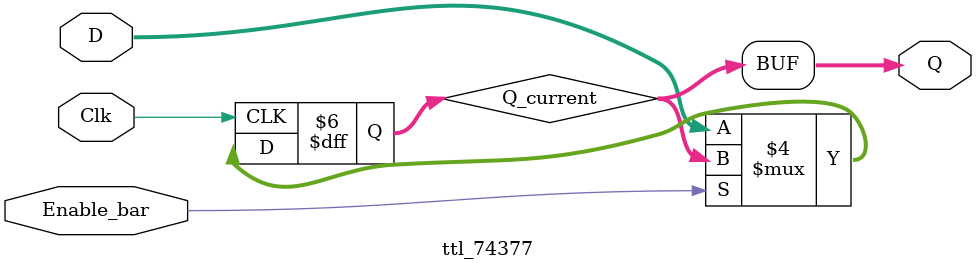
<source format=v>

`ifndef TTL_74377
`define TTL_74377

module ttl_74377 #(parameter WIDTH = 8, DELAY_RISE = 0, DELAY_FALL = 0)
(
  input Enable_bar,
  input [WIDTH-1:0] D,
  input Clk,
  output [WIDTH-1:0] Q
);

//------------------------------------------------//
reg [WIDTH-1:0] Q_current = 255; // XXX: initialise to *something* so that Icarus Verilog doesn't propagate "unknown" everywhere

always @(posedge Clk)
begin
  if (!Enable_bar)
    Q_current <= D;
end
//------------------------------------------------//

assign #(DELAY_RISE, DELAY_FALL) Q = Q_current;

endmodule

`endif

</source>
